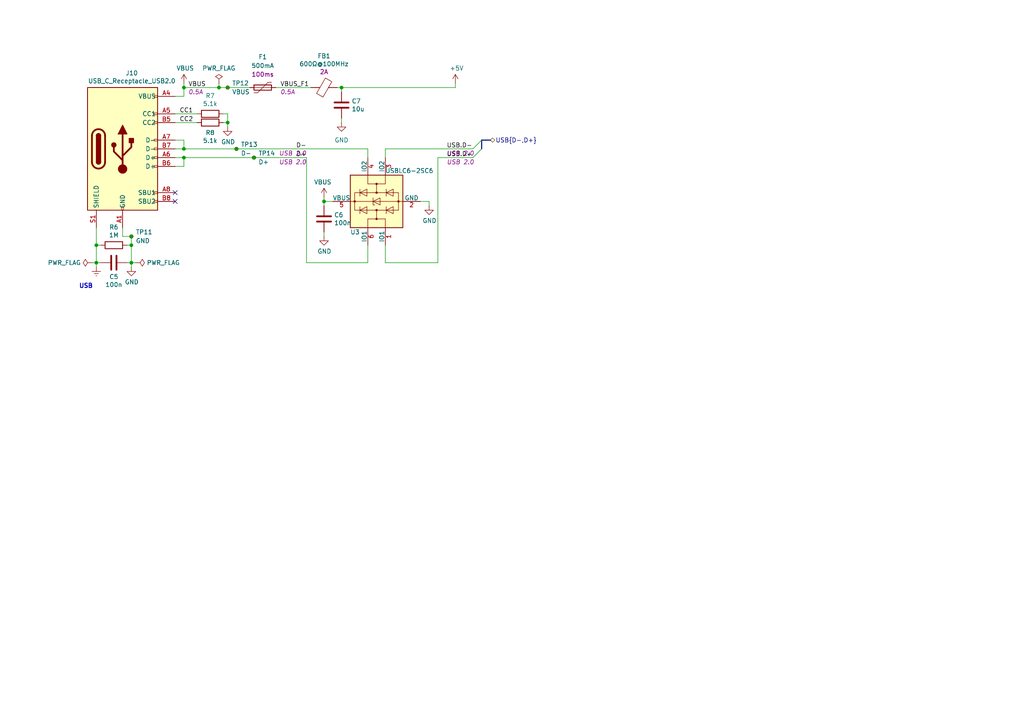
<source format=kicad_sch>
(kicad_sch (version 20230121) (generator eeschema)
  (paper "A4")
  (title_block (title "${title}") (date "2023-01-29") (rev "${revision}") (comment 1 "${repo}"))
  (lib_symbols
    (symbol "Connector:TestPoint_Small" (pin_numbers hide) (pin_names (offset 0.762) hide)
      (property "Reference" "TP" (at 0 3.81 0))
      (property "Value" "TestPoint_Small" (at 0 2.032 0))
      (symbol "TestPoint_Small_0_1"
        (circle (center 0 0) (radius 0.508))
      )
      (symbol "TestPoint_Small_1_1"
        (pin passive line (at 0 0 90) (length 0) (name "1") (number "1"))
      )
    )
    (symbol "Connector:USB_C_Receptacle_USB2.0"
      (property "Reference" "J" (at -10.16 19.05 0))
      (property "Value" "USB_C_Receptacle_USB2.0" (at 19.05 19.05 0))
      (symbol "USB_C_Receptacle_USB2.0_0_0"
        (rectangle (start -0.254 -17.78) (end 0.254 -16.764))
        (rectangle (start 10.16 -14.986) (end 9.144 -15.494))
        (rectangle (start 10.16 -12.446) (end 9.144 -12.954))
        (rectangle (start 10.16 -4.826) (end 9.144 -5.334))
        (rectangle (start 10.16 -2.286) (end 9.144 -2.794))
        (rectangle (start 10.16 0.254) (end 9.144 -0.254))
        (rectangle (start 10.16 2.794) (end 9.144 2.286))
        (rectangle (start 10.16 7.874) (end 9.144 7.366))
        (rectangle (start 10.16 10.414) (end 9.144 9.906))
        (rectangle (start 10.16 15.494) (end 9.144 14.986))
      )
      (symbol "USB_C_Receptacle_USB2.0_0_1"
        (rectangle (start -10.16 17.78) (end 10.16 -17.78) (stroke (width 0.254)) (fill (type background)))
        (arc (start -8.89 -3.81) (mid -6.985 -5.7067) (end -5.08 -3.81) (stroke (width 0.508)))
        (arc (start -7.62 -3.81) (mid -6.985 -4.4423) (end -6.35 -3.81) (stroke (width 0.254)))
        (arc (start -7.62 -3.81) (mid -6.985 -4.4423) (end -6.35 -3.81) (stroke (width 0.254)) (fill (type outline)))
        (rectangle (start -7.62 -3.81) (end -6.35 3.81) (stroke (width 0.254)) (fill (type outline)))
        (arc (start -6.35 3.81) (mid -6.985 4.4423) (end -7.62 3.81) (stroke (width 0.254)))
        (arc (start -6.35 3.81) (mid -6.985 4.4423) (end -7.62 3.81) (stroke (width 0.254)) (fill (type outline)))
        (arc (start -5.08 3.81) (mid -6.985 5.7067) (end -8.89 3.81) (stroke (width 0.508)))
        (circle (center -2.54 1.143) (radius 0.635) (stroke (width 0.254)) (fill (type outline)))
        (circle (center 0 -5.842) (radius 1.27) (fill (type outline)))
        (polyline (pts (xy -8.89 -3.81) (xy -8.89 3.81)) (stroke (width 0.508)))
        (polyline (pts (xy -5.08 3.81) (xy -5.08 -3.81)) (stroke (width 0.508)))
        (polyline (pts (xy 0 -5.842) (xy 0 4.318)) (stroke (width 0.508)))
        (polyline (pts (xy 0 -3.302) (xy -2.54 -0.762) (xy -2.54 0.508)) (stroke (width 0.508)))
        (polyline (pts (xy 0 -2.032) (xy 2.54 0.508) (xy 2.54 1.778)) (stroke (width 0.508)))
        (polyline (pts (xy -1.27 4.318) (xy 0 6.858) (xy 1.27 4.318) (xy -1.27 4.318)) (stroke (width 0.254)) (fill (type outline)))
        (rectangle (start 1.905 1.778) (end 3.175 3.048) (stroke (width 0.254)) (fill (type outline)))
      )
      (symbol "USB_C_Receptacle_USB2.0_1_1"
        (pin power_in line (at 0 -22.86 90) (length 5.08) (name "GND") (number "A1"))
        (pin passive line (at 0 -22.86 90) (length 5.08) hide (name "GND") (number "A12"))
        (pin power_in line (at 15.24 15.24 180) (length 5.08) (name "VBUS") (number "A4"))
        (pin bidirectional line (at 15.24 10.16 180) (length 5.08) (name "CC1") (number "A5"))
        (pin bidirectional line (at 15.24 -2.54 180) (length 5.08) (name "D+") (number "A6"))
        (pin bidirectional line (at 15.24 2.54 180) (length 5.08) (name "D-") (number "A7"))
        (pin bidirectional line (at 15.24 -12.7 180) (length 5.08) (name "SBU1") (number "A8"))
        (pin passive line (at 15.24 15.24 180) (length 5.08) hide (name "VBUS") (number "A9"))
        (pin passive line (at 0 -22.86 90) (length 5.08) hide (name "GND") (number "B1"))
        (pin passive line (at 0 -22.86 90) (length 5.08) hide (name "GND") (number "B12"))
        (pin passive line (at 15.24 15.24 180) (length 5.08) hide (name "VBUS") (number "B4"))
        (pin bidirectional line (at 15.24 7.62 180) (length 5.08) (name "CC2") (number "B5"))
        (pin bidirectional line (at 15.24 -5.08 180) (length 5.08) (name "D+") (number "B6"))
        (pin bidirectional line (at 15.24 0 180) (length 5.08) (name "D-") (number "B7"))
        (pin bidirectional line (at 15.24 -15.24 180) (length 5.08) (name "SBU2") (number "B8"))
        (pin passive line (at 15.24 15.24 180) (length 5.08) hide (name "VBUS") (number "B9"))
        (pin passive line (at -7.62 -22.86 90) (length 5.08) (name "SHIELD") (number "S1"))
      )
    )
    (symbol "Device:C" (pin_numbers hide) (pin_names (offset 0.254))
      (property "Reference" "C" (at 0.635 2.54 0))
      (property "Value" "C" (at 0.635 -2.54 0))
      (symbol "C_0_1"
        (polyline (pts (xy -2.032 -0.762) (xy 2.032 -0.762)) (stroke (width 0.508)))
        (polyline (pts (xy -2.032 0.762) (xy 2.032 0.762)) (stroke (width 0.508)))
      )
      (symbol "C_1_1"
        (pin passive line (at 0 3.81 270) (length 2.794) (name "~") (number "1"))
        (pin passive line (at 0 -3.81 90) (length 2.794) (name "~") (number "2"))
      )
    )
    (symbol "Device:Ferrite_Bead" (pin_numbers hide) (pin_names (offset 0))
      (property "Reference" "FB" (at -3.81 0.635 90))
      (property "Value" "Ferrite_Bead" (at 3.81 0 90))
      (symbol "Ferrite_Bead_0_1"
        (polyline (pts (xy 0 -1.27) (xy 0 -1.2192)))
        (polyline (pts (xy 0 1.27) (xy 0 1.2954)))
        (polyline (pts (xy -2.7686 0.4064) (xy -1.7018 2.2606) (xy 2.7686 -0.3048) (xy 1.6764 -2.159) (xy -2.7686 0.4064)))
      )
      (symbol "Ferrite_Bead_1_1"
        (pin passive line (at 0 3.81 270) (length 2.54) (name "~") (number "1"))
        (pin passive line (at 0 -3.81 90) (length 2.54) (name "~") (number "2"))
      )
    )
    (symbol "Device:Polyfuse" (pin_numbers hide) (pin_names (offset 0))
      (property "Reference" "F" (at -2.54 0 90))
      (property "Value" "Polyfuse" (at 2.54 0 90))
      (symbol "Polyfuse_0_1"
        (rectangle (start -0.762 2.54) (end 0.762 -2.54) (stroke (width 0.254)))
        (polyline (pts (xy 0 2.54) (xy 0 -2.54)))
        (polyline (pts (xy -1.524 2.54) (xy -1.524 1.524) (xy 1.524 -1.524) (xy 1.524 -2.54)))
      )
      (symbol "Polyfuse_1_1"
        (pin passive line (at 0 3.81 270) (length 1.27) (name "~") (number "1"))
        (pin passive line (at 0 -3.81 90) (length 1.27) (name "~") (number "2"))
      )
    )
    (symbol "Device:R" (pin_numbers hide) (pin_names (offset 0))
      (property "Reference" "R" (at 2.032 0 90))
      (property "Value" "R" (at 0 0 90))
      (symbol "R_0_1"
        (rectangle (start -1.016 -2.54) (end 1.016 2.54) (stroke (width 0.254)))
      )
      (symbol "R_1_1"
        (pin passive line (at 0 3.81 270) (length 1.27) (name "~") (number "1"))
        (pin passive line (at 0 -3.81 90) (length 1.27) (name "~") (number "2"))
      )
    )
    (symbol "Device:R_1" (pin_numbers hide) (pin_names (offset 0))
      (property "Reference" "R" (at 2.032 0 90))
      (property "Value" "R" (at 0 0 90))
      (symbol "R_1_0_1"
        (rectangle (start -1.016 -2.54) (end 1.016 2.54) (stroke (width 0.254)))
      )
      (symbol "R_1_1_1"
        (pin passive line (at 0 3.81 270) (length 1.27) (name "~") (number "1"))
        (pin passive line (at 0 -3.81 90) (length 1.27) (name "~") (number "2"))
      )
    )
    (symbol "Power_Protection:USBLC6-2SC6" (pin_names (offset 0))
      (property "Reference" "U" (at 5.08 8.89 0))
      (property "Value" "USBLC6-2SC6" (at 10.16 -10.16 0))
      (symbol "USBLC6-2SC6_0_1"
        (rectangle (start -7.62 -7.62) (end 7.62 7.62) (stroke (width 0.254)) (fill (type background)))
        (circle (center -5.08 0) (radius 0.254) (fill (type outline)))
        (circle (center -2.54 0) (radius 0.254) (fill (type outline)))
        (rectangle (start -2.54 6.35) (end 2.54 -6.35))
        (circle (center 0 -6.35) (radius 0.254) (fill (type outline)))
        (polyline (pts (xy -5.08 -2.54) (xy -7.62 -2.54)))
        (polyline (pts (xy -5.08 0) (xy -5.08 -2.54)))
        (polyline (pts (xy -5.08 2.54) (xy -7.62 2.54)))
        (polyline (pts (xy -1.524 -2.794) (xy -3.556 -2.794)))
        (polyline (pts (xy -1.524 4.826) (xy -3.556 4.826)))
        (polyline (pts (xy 0 -7.62) (xy 0 -6.35)))
        (polyline (pts (xy 0 -6.35) (xy 0 1.27)))
        (polyline (pts (xy 0 1.27) (xy 0 6.35)))
        (polyline (pts (xy 0 6.35) (xy 0 7.62)))
        (polyline (pts (xy 1.524 -2.794) (xy 3.556 -2.794)))
        (polyline (pts (xy 1.524 4.826) (xy 3.556 4.826)))
        (polyline (pts (xy 5.08 -2.54) (xy 7.62 -2.54)))
        (polyline (pts (xy 5.08 0) (xy 5.08 -2.54)))
        (polyline (pts (xy 5.08 2.54) (xy 7.62 2.54)))
        (polyline (pts (xy -2.54 0) (xy -5.08 0) (xy -5.08 2.54)))
        (polyline (pts (xy 2.54 0) (xy 5.08 0) (xy 5.08 2.54)))
        (polyline (pts (xy -3.556 -4.826) (xy -1.524 -4.826) (xy -2.54 -2.794) (xy -3.556 -4.826)))
        (polyline (pts (xy -3.556 2.794) (xy -1.524 2.794) (xy -2.54 4.826) (xy -3.556 2.794)))
        (polyline (pts (xy -1.016 -1.016) (xy 1.016 -1.016) (xy 0 1.016) (xy -1.016 -1.016)))
        (polyline (pts (xy 1.016 1.016) (xy 0.762 1.016) (xy -1.016 1.016) (xy -1.016 0.508)))
        (polyline (pts (xy 3.556 -4.826) (xy 1.524 -4.826) (xy 2.54 -2.794) (xy 3.556 -4.826)))
        (polyline (pts (xy 3.556 2.794) (xy 1.524 2.794) (xy 2.54 4.826) (xy 3.556 2.794)))
        (circle (center 0 6.35) (radius 0.254) (fill (type outline)))
        (circle (center 2.54 0) (radius 0.254) (fill (type outline)))
        (circle (center 5.08 0) (radius 0.254) (fill (type outline)))
      )
      (symbol "USBLC6-2SC6_1_1"
        (pin passive line (at -12.7 -2.54 0) (length 5.08) (name "IO1") (number "1"))
        (pin passive line (at 0 -12.7 90) (length 5.08) (name "GND") (number "2"))
        (pin passive line (at 12.7 -2.54 180) (length 5.08) (name "IO2") (number "3"))
        (pin passive line (at 12.7 2.54 180) (length 5.08) (name "IO2") (number "4"))
        (pin passive line (at 0 12.7 270) (length 5.08) (name "VBUS") (number "5"))
        (pin passive line (at -12.7 2.54 0) (length 5.08) (name "IO1") (number "6"))
      )
    )
    (symbol "power:+5V" (power) (pin_names (offset 0))
      (property "Value" "+5V" (at 0 3.556 0))
      (symbol "+5V_0_1"
        (polyline (pts (xy -0.762 1.27) (xy 0 2.54)))
        (polyline (pts (xy 0 0) (xy 0 2.54)))
        (polyline (pts (xy 0 2.54) (xy 0.762 1.27)))
      )
      (symbol "+5V_1_1"
        (pin power_in line (at 0 0 90) (length 0) hide (name "+5V") (number "1"))
      )
    )
    (symbol "power:Earth" (power) (pin_names (offset 0))
      (symbol "Earth_0_1"
        (polyline (pts (xy -0.635 -1.905) (xy 0.635 -1.905)))
        (polyline (pts (xy -0.127 -2.54) (xy 0.127 -2.54)))
        (polyline (pts (xy 0 -1.27) (xy 0 0)))
        (polyline (pts (xy 1.27 -1.27) (xy -1.27 -1.27)))
      )
      (symbol "Earth_1_1"
        (pin power_in line (at 0 0 270) (length 0) hide (name "Earth") (number "1"))
      )
    )
    (symbol "power:GND" (power) (pin_names (offset 0))
      (property "Value" "GND" (at 0 -3.81 0))
      (symbol "GND_0_1"
        (polyline (pts (xy 0 0) (xy 0 -1.27) (xy 1.27 -1.27) (xy 0 -2.54) (xy -1.27 -1.27) (xy 0 -1.27)))
      )
      (symbol "GND_1_1"
        (pin power_in line (at 0 0 270) (length 0) hide (name "GND") (number "1"))
      )
    )
    (symbol "power:PWR_FLAG" (power) (pin_numbers hide) (pin_names (offset 0) hide)
      (property "Value" "PWR_FLAG" (at 0 3.81 0))
      (symbol "PWR_FLAG_0_0"
        (pin power_out line (at 0 0 90) (length 0) (name "pwr") (number "1"))
      )
      (symbol "PWR_FLAG_0_1"
        (polyline (pts (xy 0 0) (xy 0 1.27) (xy -1.016 1.905) (xy 0 2.54) (xy 1.016 1.905) (xy 0 1.27)))
      )
    )
    (symbol "power:VBUS" (power) (pin_names (offset 0))
      (property "Value" "VBUS" (at 0 3.81 0))
      (symbol "VBUS_0_1"
        (polyline (pts (xy -0.762 1.27) (xy 0 2.54)))
        (polyline (pts (xy 0 0) (xy 0 2.54)))
        (polyline (pts (xy 0 2.54) (xy 0.762 1.27)))
      )
      (symbol "VBUS_1_1"
        (pin power_in line (at 0 0 90) (length 0) hide (name "VBUS") (number "1"))
      )
    )
  )
  (junction (at 53.34 43.18))
  (junction (at 68.58 43.18))
  (junction (at 27.94 71.12))
  (junction (at 73.66 45.72))
  (junction (at 53.34 45.72))
  (junction (at 63.5 25.4))
  (junction (at 53.34 25.4))
  (junction (at 38.1 71.12))
  (junction (at 93.98 58.42))
  (junction (at 27.94 76.2))
  (junction (at 66.04 35.56))
  (junction (at 38.1 76.2))
  (junction (at 99.06 25.4))
  (junction (at 66.04 25.4))
  (junction (at 38.1 68.58))
  (no_connect (at 50.8 58.42))
  (no_connect (at 50.8 55.88))
  (bus_entry (at 139.7 40.64) (size -2.54 2.54))
  (bus_entry (at 139.7 43.18) (size -2.54 2.54))
  (wire (pts (xy 93.98 57.15) (xy 93.98 58.42)))
  (wire (pts (xy 50.8 43.18) (xy 53.34 43.18)))
  (wire (pts (xy 106.68 45.72) (xy 106.68 43.18)))
  (wire (pts (xy 50.8 45.72) (xy 53.34 45.72)))
  (wire (pts (xy 50.8 35.56) (xy 57.15 35.56)))
  (wire (pts (xy 27.94 66.04) (xy 27.94 71.12)))
  (wire (pts (xy 106.68 76.2) (xy 106.68 71.12)))
  (wire (pts (xy 111.76 76.2) (xy 127 76.2)))
  (wire (pts (xy 53.34 48.26) (xy 50.8 48.26)))
  (wire (pts (xy 38.1 71.12) (xy 38.1 76.2)))
  (wire (pts (xy 127 45.72) (xy 137.16 45.72)))
  (wire (pts (xy 121.92 58.42) (xy 124.46 58.42)))
  (wire (pts (xy 26.67 76.2) (xy 27.94 76.2)))
  (wire (pts (xy 53.34 45.72) (xy 53.34 48.26)))
  (wire (pts (xy 97.79 25.4) (xy 99.06 25.4)))
  (wire (pts (xy 99.06 26.67) (xy 99.06 25.4)))
  (wire (pts (xy 99.06 34.29) (xy 99.06 35.56)))
  (wire (pts (xy 63.5 24.13) (xy 63.5 25.4)))
  (wire (pts (xy 68.58 43.18) (xy 106.68 43.18)))
  (wire (pts (xy 111.76 43.18) (xy 137.16 43.18)))
  (bus (pts (xy 142.24 40.64) (xy 139.7 40.64)))
  (wire (pts (xy 27.94 76.2) (xy 27.94 77.47)))
  (wire (pts (xy 132.08 25.4) (xy 132.08 24.13)))
  (wire (pts (xy 35.56 66.04) (xy 35.56 68.58)))
  (bus (pts (xy 139.7 40.64) (xy 139.7 43.18)))
  (wire (pts (xy 35.56 68.58) (xy 38.1 68.58)))
  (wire (pts (xy 124.46 58.42) (xy 124.46 59.69)))
  (wire (pts (xy 50.8 27.94) (xy 53.34 27.94)))
  (wire (pts (xy 50.8 40.64) (xy 53.34 40.64)))
  (wire (pts (xy 36.83 76.2) (xy 38.1 76.2)))
  (wire (pts (xy 127 76.2) (xy 127 45.72)))
  (wire (pts (xy 66.04 35.56) (xy 66.04 36.83)))
  (wire (pts (xy 88.9 76.2) (xy 106.68 76.2)))
  (wire (pts (xy 27.94 76.2) (xy 29.21 76.2)))
  (wire (pts (xy 66.04 33.02) (xy 66.04 35.56)))
  (wire (pts (xy 93.98 58.42) (xy 93.98 59.69)))
  (wire (pts (xy 64.77 33.02) (xy 66.04 33.02)))
  (wire (pts (xy 73.66 45.72) (xy 88.9 45.72)))
  (wire (pts (xy 64.77 35.56) (xy 66.04 35.56)))
  (wire (pts (xy 36.83 71.12) (xy 38.1 71.12)))
  (wire (pts (xy 53.34 25.4) (xy 63.5 25.4)))
  (wire (pts (xy 63.5 25.4) (xy 66.04 25.4)))
  (wire (pts (xy 80.01 25.4) (xy 90.17 25.4)))
  (wire (pts (xy 88.9 45.72) (xy 88.9 76.2)))
  (wire (pts (xy 111.76 71.12) (xy 111.76 76.2)))
  (wire (pts (xy 53.34 40.64) (xy 53.34 43.18)))
  (wire (pts (xy 38.1 68.58) (xy 38.1 71.12)))
  (wire (pts (xy 53.34 24.13) (xy 53.34 25.4)))
  (wire (pts (xy 38.1 76.2) (xy 38.1 77.47)))
  (wire (pts (xy 53.34 45.72) (xy 73.66 45.72)))
  (wire (pts (xy 93.98 67.31) (xy 93.98 68.58)))
  (wire (pts (xy 53.34 25.4) (xy 53.34 27.94)))
  (wire (pts (xy 111.76 45.72) (xy 111.76 43.18)))
  (wire (pts (xy 53.34 43.18) (xy 68.58 43.18)))
  (wire (pts (xy 27.94 71.12) (xy 27.94 76.2)))
  (wire (pts (xy 27.94 71.12) (xy 29.21 71.12)))
  (wire (pts (xy 96.52 58.42) (xy 93.98 58.42)))
  (wire (pts (xy 66.04 25.4) (xy 72.39 25.4)))
  (wire (pts (xy 99.06 25.4) (xy 132.08 25.4)))
  (wire (pts (xy 38.1 76.2) (xy 39.37 76.2)))
  (wire (pts (xy 50.8 33.02) (xy 57.15 33.02)))
  (text "USB" (at 22.86 83.82 0) (effects (font (size 1.27 1.27) (thickness 0.254) bold) (justify left bottom)))
  (label "USB.D+" (at 129.54 45.72 0) (property "Netclass" "USB 2.0" (at 129.54 46.99 0) (effects (font italic) (justify left))))
  (label "D+" (at 88.9 45.72 180) (property "Netclass" "USB 2.0" (at 88.9 46.99 0) (effects (font italic) (justify right))))
  (label "USB.D-" (at 129.54 43.18 0) (property "Netclass" "USB 2.0" (at 129.54 44.45 0) (effects (font italic) (justify left))))
  (label "VBUS_F1" (at 81.28 25.4 0) (property "Netclass" "0.5A" (at 81.28 26.67 0) (effects (font italic) (justify left))))
  (label "D-" (at 88.9 43.18 180) (property "Netclass" "USB 2.0" (at 88.9 44.45 0) (effects (font italic) (justify right))))
  (label "VBUS" (at 54.61 25.4 0) (property "Netclass" "0.5A" (at 54.61 26.67 0) (effects (font italic) (justify left))))
  (label "CC1" (at 52.07 33.02 0))
  (label "CC2" (at 52.07 35.56 0))
  (hierarchical_label "USB{D-,D+}" (shape bidirectional) (at 142.24 40.64 0))
  (symbol (lib_id "Connector:TestPoint_Small") (at 66.04 25.4 0) (unit 1)
    (property "Reference" "TP12" (at 67.31 24.1299 0) (effects (justify left)))
    (property "Value" "VBUS" (at 67.31 26.6699 0) (effects (justify left)))
    (property "Footprint" "TestPoint:TestPoint_Pad_D1.0mm" (effects hide))
    (instances (project "chubby-hat" (path "" (reference "TP12") (unit 1))) (project "rtl8762ckf-dev-board" (path "" (reference "TP2") (unit 1))))
  )
  (symbol (lib_id "power:GND") (at 93.98 68.58 0) (unit 1)
    (property "Reference" "#PWR064" (effects hide))
    (property "Value" "GND" (at 94.0943 72.9044 0))
    (instances (project "chubby-hat" (path "" (reference "#PWR064") (unit 1))) (project "rtl8762ckf-dev-board" (path "" (reference "#PWR010") (unit 1))))
  )
  (symbol (lib_id "Connector:TestPoint_Small") (at 73.66 45.72 0) (unit 1)
    (property "Reference" "TP14" (at 74.93 44.4499 0) (effects (justify left)))
    (property "Value" "D+" (at 74.93 46.9899 0) (effects (justify left)))
    (property "Footprint" "TestPoint:TestPoint_Pad_D1.0mm" (effects hide))
    (instances (project "chubby-hat" (path "" (reference "TP14") (unit 1))) (project "rtl8762ckf-dev-board" (path "" (reference "TP4") (unit 1))))
  )
  (symbol (lib_id "Connector:USB_C_Receptacle_USB2.0") (at 35.56 43.18 0) (unit 1)
    (property "Reference" "J10" (at 38.227 21.1898 0))
    (property "Value" "USB_C_Receptacle_USB2.0" (at 38.227 23.4885 0))
    (property "Footprint" "Connector_USB:USB_C_Receptacle_Palconn_UTC16-G" (effects hide))
    (property "Datasheet" "https://www.usb.org/sites/default/files/documents/usb_type-c.zip" (effects hide))
    (property "LCSC" "C2848615" (effects hide))
    (property "MPN" "TYPE-C-31-D-09" (effects hide))
    (instances (project "chubby-hat" (path "" (reference "J10") (unit 1))) (project "rtl8762ckf-dev-board" (path "" (reference "J2") (unit 1))))
  )
  (symbol (lib_id "Power_Protection:USBLC6-2SC6") (at 109.22 58.42 90) (unit 1)
    (property "Reference" "U3" (at 101.6 67.31 90) (effects (justify right)))
    (property "Value" "USBLC6-2SC6" (at 125.73 49.53 90) (effects (justify left)))
    (property "Footprint" "Package_TO_SOT_SMD:SOT-23-6" (effects hide))
    (property "Datasheet" "http://www2.st.com/resource/en/datasheet/CD00050750.pdf" (effects hide))
    (instances (project "chubby-hat" (path "" (reference "U3") (unit 1))) (project "rtl8762ckf-dev-board" (path "" (reference "U2") (unit 1))))
  )
  (symbol (lib_id "power:PWR_FLAG") (at 39.37 76.2 270) (unit 1)
    (property "Reference" "#FLG02" (effects hide))
    (property "Value" "PWR_FLAG" (at 42.5451 76.2 90) (effects (justify left)))
  )
  (symbol (lib_id "power:+5V") (at 132.08 24.13 0) (unit 1)
    (property "Reference" "#PWR067" (effects hide))
    (property "Value" "+5V" (at 132.4483 19.8056 0))
    (instances (project "chubby-hat" (path "" (reference "#PWR067") (unit 1))) (project "rtl8762ckf-dev-board" (path "" (reference "#PWR013") (unit 1))))
  )
  (symbol (lib_id "power:GND") (at 66.04 36.83 0) (unit 1)
    (property "Reference" "#PWR062" (effects hide))
    (property "Value" "GND" (at 66.1543 41.1544 0))
    (instances (project "chubby-hat" (path "" (reference "#PWR062") (unit 1))) (project "rtl8762ckf-dev-board" (path "" (reference "#PWR08") (unit 1))))
  )
  (symbol (lib_id "power:VBUS") (at 53.34 24.13 0) (unit 1)
    (property "Reference" "#PWR061" (effects hide))
    (property "Value" "VBUS" (at 53.7083 19.8056 0))
    (instances (project "chubby-hat" (path "" (reference "#PWR061") (unit 1))) (project "rtl8762ckf-dev-board" (path "" (reference "#PWR07") (unit 1))))
  )
  (symbol (lib_id "Device:R") (at 33.02 71.12 270) (mirror x) (unit 1)
    (property "Reference" "R6" (at 33.02 65.8938 90))
    (property "Value" "1M" (at 33.02 68.193 90))
    (property "Footprint" "Resistor_SMD:R_0402_1005Metric" (effects hide))
    (instances (project "chubby-hat" (path "" (reference "R6") (unit 1))) (project "rtl8762ckf-dev-board" (path "" (reference "R1") (unit 1))))
  )
  (symbol (lib_name "Device:R_1") (lib_id "Device:R") (at 60.96 35.56 270) (mirror x) (unit 1)
    (property "Reference" "R8" (at 60.96 38.4874 90))
    (property "Value" "5.1k" (at 60.96 40.7861 90))
    (property "Footprint" "Resistor_SMD:R_0402_1005Metric" (effects hide))
    (instances (project "chubby-hat" (path "" (reference "R8") (unit 1))) (project "rtl8762ckf-dev-board" (path "" (reference "R3") (unit 1))))
  )
  (symbol (lib_id "power:PWR_FLAG") (at 63.5 24.13 0) (unit 1)
    (property "Reference" "#FLG03" (effects hide))
    (property "Value" "PWR_FLAG" (at 63.5 19.8056 0))
  )
  (symbol (lib_id "Device:C") (at 99.06 30.48 180) (unit 1)
    (property "Reference" "C7" (at 101.9811 29.3306 0) (effects (justify right)))
    (property "Value" "10u" (at 101.981 31.629 0) (effects (justify right)))
    (property "Footprint" "Capacitor_SMD:C_0402_1005Metric" (effects hide))
    (instances (project "chubby-hat" (path "" (reference "C7") (unit 1))) (project "rtl8762ckf-dev-board" (path "" (reference "C19") (unit 1))))
  )
  (symbol (lib_id "Connector:TestPoint_Small") (at 68.58 43.18 0) (unit 1)
    (property "Reference" "TP13" (at 69.85 41.9099 0) (effects (justify left)))
    (property "Value" "D-" (at 69.85 44.4499 0) (effects (justify left)))
    (property "Footprint" "TestPoint:TestPoint_Pad_D1.0mm" (effects hide))
    (instances (project "chubby-hat" (path "" (reference "TP13") (unit 1))) (project "rtl8762ckf-dev-board" (path "" (reference "TP3") (unit 1))))
  )
  (symbol (lib_id "Device:Ferrite_Bead") (at 93.98 25.4 270) (unit 1)
    (property "Reference" "FB1" (at 93.98 16.2496 90))
    (property "Value" "600Ω@100MHz" (at 93.98 18.5483 90))
    (property "Footprint" "Inductor_SMD:L_0402_1005Metric" (effects hide))
    (property "Datasheet" "https://www.sunlordinc.com/UploadFiles/PDF_Cat/20110524142806261.pdf" (effects hide))
    (property "MPN" "UPZ1608E601-2R0TF" (effects hide))
    (property "I_max" "2A" (at 93.98 20.847 90))
    (property "LCSC" "C370570" (effects hide))
  )
  (symbol (lib_id "Device:C") (at 33.02 76.2 90) (unit 1)
    (property "Reference" "C5" (at 33.02 80.2704 90))
    (property "Value" "100n" (at 33.02 82.569 90))
    (property "Footprint" "Capacitor_SMD:C_0402_1005Metric" (effects hide))
    (instances (project "chubby-hat" (path "" (reference "C5") (unit 1))) (project "rtl8762ckf-dev-board" (path "" (reference "C17") (unit 1))))
  )
  (symbol (lib_id "Connector:TestPoint_Small") (at 38.1 68.58 0) (unit 1)
    (property "Reference" "TP11" (at 39.37 67.3099 0) (effects (justify left)))
    (property "Value" "GND" (at 39.37 69.8499 0) (effects (justify left)))
    (property "Footprint" "TestPoint:TestPoint_Pad_D1.0mm" (effects hide))
    (instances (project "chubby-hat" (path "" (reference "TP11") (unit 1))) (project "rtl8762ckf-dev-board" (path "" (reference "TP1") (unit 1))))
  )
  (symbol (lib_id "power:PWR_FLAG") (at 26.67 76.2 90) (unit 1)
    (property "Reference" "#FLG01" (effects hide))
    (property "Value" "PWR_FLAG" (at 23.495 76.2 90) (effects (justify left)))
  )
  (symbol (lib_id "power:VBUS") (at 93.98 57.15 0) (mirror y) (unit 1)
    (property "Reference" "#PWR063" (effects hide))
    (property "Value" "VBUS" (at 93.6117 52.8256 0))
    (instances (project "chubby-hat" (path "" (reference "#PWR063") (unit 1))) (project "rtl8762ckf-dev-board" (path "" (reference "#PWR09") (unit 1))))
  )
  (symbol (lib_id "Device:C") (at 93.98 63.5 180) (unit 1)
    (property "Reference" "C6" (at 96.9011 62.3506 0) (effects (justify right)))
    (property "Value" "100n" (at 96.9011 64.6493 0) (effects (justify right)))
    (property "Footprint" "Capacitor_SMD:C_0402_1005Metric" (effects hide))
    (instances (project "chubby-hat" (path "" (reference "C6") (unit 1))) (project "rtl8762ckf-dev-board" (path "" (reference "C18") (unit 1))))
  )
  (symbol (lib_id "power:GND") (at 99.06 35.56 0) (unit 1)
    (property "Reference" "#PWR065" (effects hide))
    (property "Value" "GND" (at 99.06 40.64 0))
    (instances (project "chubby-hat" (path "" (reference "#PWR065") (unit 1))) (project "rtl8762ckf-dev-board" (path "" (reference "#PWR011") (unit 1))))
  )
  (symbol (lib_id "Device:Polyfuse") (at 76.2 25.4 90) (unit 1)
    (property "Reference" "F1" (at 76.2 16.51 90))
    (property "Value" "500mA" (at 76.2 19.05 90))
    (property "Footprint" "Resistor_SMD:R_0402_1005Metric" (effects hide))
    (property "Datasheet" "https://datasheet.lcsc.com/lcsc/1809292114_TLC-Electronic-TLC-FSMD020_C261935.pdf" (effects hide))
    (property "MPN" "BSMD0603-075-6V" (effects hide))
    (property "LCSC" "C914092" (effects hide))
    (property "T_trip" "100ms" (at 76.2 21.59 90))
  )
  (symbol (lib_id "power:GND") (at 124.46 59.69 0) (unit 1)
    (property "Reference" "#PWR066" (effects hide))
    (property "Value" "GND" (at 124.5743 64.0144 0))
    (instances (project "chubby-hat" (path "" (reference "#PWR066") (unit 1))) (project "rtl8762ckf-dev-board" (path "" (reference "#PWR012") (unit 1))))
  )
  (symbol (lib_id "power:Earth") (at 27.94 77.47 0) (unit 1)
    (property "Reference" "#PWR059" (effects hide))
    (property "Value" "Earth" (effects hide))
    (instances (project "chubby-hat" (path "" (reference "#PWR059") (unit 1))) (project "rtl8762ckf-dev-board" (path "" (reference "#PWR05") (unit 1))))
  )
  (symbol (lib_id "power:GND") (at 38.1 77.47 0) (unit 1)
    (property "Reference" "#PWR060" (effects hide))
    (property "Value" "GND" (at 38.2143 81.7944 0))
    (instances (project "chubby-hat" (path "" (reference "#PWR060") (unit 1))) (project "rtl8762ckf-dev-board" (path "" (reference "#PWR06") (unit 1))))
  )
  (symbol (lib_id "Device:R") (at 60.96 33.02 270) (mirror x) (unit 1)
    (property "Reference" "R7" (at 60.96 27.7938 90))
    (property "Value" "5.1k" (at 60.96 30.0925 90))
    (property "Footprint" "Resistor_SMD:R_0402_1005Metric" (effects hide))
    (instances (project "chubby-hat" (path "" (reference "R7") (unit 1))) (project "rtl8762ckf-dev-board" (path "" (reference "R2") (unit 1))))
  )
)
</source>
